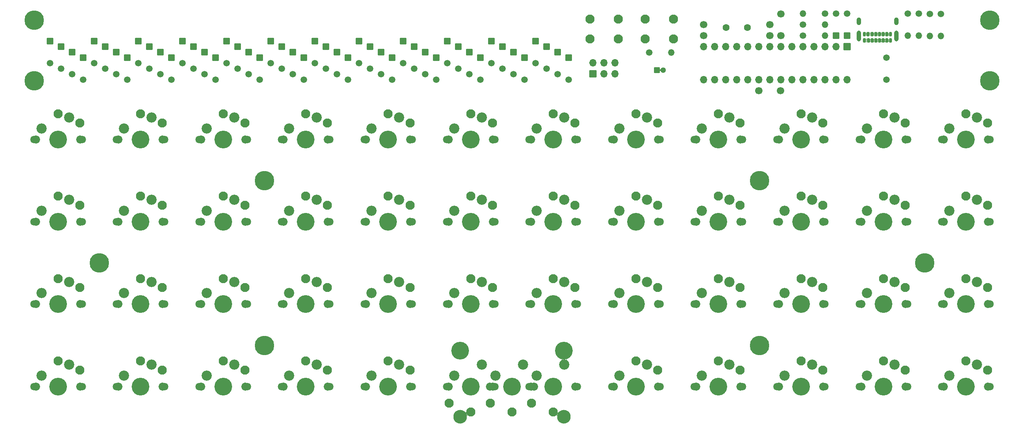
<source format=gbr>
%TF.GenerationSoftware,KiCad,Pcbnew,6.0.4-6f826c9f35~116~ubuntu22.04.1*%
%TF.CreationDate,2022-04-06T02:04:57+02:00*%
%TF.ProjectId,plaid,706c6169-642e-46b6-9963-61645f706362,rev?*%
%TF.SameCoordinates,Original*%
%TF.FileFunction,Soldermask,Top*%
%TF.FilePolarity,Negative*%
%FSLAX46Y46*%
G04 Gerber Fmt 4.6, Leading zero omitted, Abs format (unit mm)*
G04 Created by KiCad (PCBNEW 6.0.4-6f826c9f35~116~ubuntu22.04.1) date 2022-04-06 02:04:57*
%MOMM*%
%LPD*%
G01*
G04 APERTURE LIST*
G04 Aperture macros list*
%AMRoundRect*
0 Rectangle with rounded corners*
0 $1 Rounding radius*
0 $2 $3 $4 $5 $6 $7 $8 $9 X,Y pos of 4 corners*
0 Add a 4 corners polygon primitive as box body*
4,1,4,$2,$3,$4,$5,$6,$7,$8,$9,$2,$3,0*
0 Add four circle primitives for the rounded corners*
1,1,$1+$1,$2,$3*
1,1,$1+$1,$4,$5*
1,1,$1+$1,$6,$7*
1,1,$1+$1,$8,$9*
0 Add four rect primitives between the rounded corners*
20,1,$1+$1,$2,$3,$4,$5,0*
20,1,$1+$1,$4,$5,$6,$7,0*
20,1,$1+$1,$6,$7,$8,$9,0*
20,1,$1+$1,$8,$9,$2,$3,0*%
G04 Aperture macros list end*
%ADD10C,1.800000*%
%ADD11C,4.087800*%
%ADD12C,1.850000*%
%ADD13C,2.100000*%
%ADD14O,2.350000X2.350000*%
%ADD15C,2.350000*%
%ADD16C,3.148000*%
%ADD17C,1.500000*%
%ADD18O,1.500000X1.500000*%
%ADD19C,1.700000*%
%ADD20C,1.600000*%
%ADD21RoundRect,0.050000X-0.700000X0.700000X-0.700000X-0.700000X0.700000X-0.700000X0.700000X0.700000X0*%
%ADD22RoundRect,0.050000X-0.800000X0.800000X-0.800000X-0.800000X0.800000X-0.800000X0.800000X0.800000X0*%
%ADD23O,1.700000X1.700000*%
%ADD24RoundRect,0.050000X0.800000X-0.800000X0.800000X0.800000X-0.800000X0.800000X-0.800000X-0.800000X0*%
%ADD25RoundRect,0.050000X0.700000X-0.700000X0.700000X0.700000X-0.700000X0.700000X-0.700000X-0.700000X0*%
%ADD26O,0.750000X1.100000*%
%ADD27O,1.000000X1.800000*%
%ADD28O,1.000000X2.500000*%
%ADD29C,4.500000*%
%ADD30C,1.300000*%
%ADD31RoundRect,0.050000X0.600000X0.600000X-0.600000X0.600000X-0.600000X-0.600000X0.600000X-0.600000X0*%
G04 APERTURE END LIST*
D10*
X150474000Y-141230500D03*
D11*
X155974000Y-141230500D03*
D12*
X150894000Y-141230500D03*
D10*
X161474000Y-141230500D03*
D12*
X161054000Y-141230500D03*
D13*
X155974000Y-147130500D03*
D14*
X152164000Y-138690500D03*
D13*
X150974000Y-145030500D03*
D15*
X158514000Y-136150500D03*
D11*
X134567750Y-132975500D03*
X158380250Y-132975500D03*
D16*
X158380250Y-148215500D03*
D12*
X151554000Y-141230500D03*
X141394000Y-141230500D03*
D11*
X146474000Y-141230500D03*
D16*
X134567750Y-148215500D03*
D15*
X142664000Y-138690500D03*
D13*
X146474000Y-147130500D03*
X141474000Y-145030500D03*
D15*
X149014000Y-136150500D03*
D10*
X131474000Y-141230500D03*
D11*
X136974000Y-141230500D03*
D12*
X131894000Y-141230500D03*
D10*
X142474000Y-141230500D03*
D12*
X142054000Y-141230500D03*
D13*
X136974000Y-147130500D03*
D14*
X133164000Y-138690500D03*
D13*
X131974000Y-145030500D03*
D15*
X139514000Y-136150500D03*
D17*
X237579000Y-55270500D03*
D18*
X237579000Y-60350500D03*
D17*
X213449000Y-60350500D03*
D18*
X218529000Y-60350500D03*
D17*
X218529000Y-55270500D03*
D18*
X213449000Y-55270500D03*
D19*
X205829000Y-57810500D03*
X205829000Y-60310500D03*
X190589000Y-57810500D03*
X190589000Y-60310500D03*
D13*
X177104000Y-61040500D03*
X183604000Y-61040500D03*
X183604000Y-56540500D03*
X177104000Y-56540500D03*
X164404000Y-61040500D03*
X170904000Y-61040500D03*
X164404000Y-56540500D03*
X170904000Y-56540500D03*
D20*
X200649000Y-58445500D03*
X195769000Y-58445500D03*
D21*
X151854000Y-61620500D03*
D17*
X151854000Y-66700500D03*
D21*
X141694000Y-61620500D03*
D17*
X141694000Y-66700500D03*
D21*
X131534000Y-61620500D03*
D17*
X131534000Y-66700500D03*
D21*
X121374000Y-61620500D03*
D17*
X121374000Y-66700500D03*
D12*
X74894000Y-141230500D03*
D10*
X85474000Y-141230500D03*
X74474000Y-141230500D03*
D11*
X79974000Y-141230500D03*
D12*
X85054000Y-141230500D03*
D14*
X76164000Y-138690500D03*
D13*
X79974000Y-135330500D03*
D15*
X82514000Y-136150500D03*
D13*
X84974000Y-137430500D03*
D10*
X66474000Y-141230500D03*
X55474000Y-141230500D03*
D12*
X55894000Y-141230500D03*
D11*
X60974000Y-141230500D03*
D12*
X66054000Y-141230500D03*
D14*
X57164000Y-138690500D03*
D13*
X60974000Y-135330500D03*
D15*
X63514000Y-136150500D03*
D13*
X65974000Y-137430500D03*
D21*
X159474000Y-65430500D03*
D17*
X159474000Y-70510500D03*
D21*
X149314000Y-65430500D03*
D17*
X149314000Y-70510500D03*
D21*
X139154000Y-65430500D03*
D17*
X139154000Y-70510500D03*
D21*
X128994000Y-65430500D03*
D17*
X128994000Y-70510500D03*
D21*
X118834000Y-65430500D03*
D17*
X118834000Y-70510500D03*
D19*
X203289000Y-73050500D03*
X208289000Y-73050500D03*
D12*
X256054000Y-141230500D03*
D10*
X256474000Y-141230500D03*
D11*
X250974000Y-141230500D03*
D10*
X245474000Y-141230500D03*
D12*
X245894000Y-141230500D03*
D14*
X247164000Y-138690500D03*
D13*
X250974000Y-135330500D03*
X255974000Y-137430500D03*
D15*
X253514000Y-136150500D03*
D11*
X231974000Y-141230500D03*
D12*
X226894000Y-141230500D03*
D10*
X237474000Y-141230500D03*
D12*
X237054000Y-141230500D03*
D10*
X226474000Y-141230500D03*
D13*
X231974000Y-135330500D03*
D14*
X228164000Y-138690500D03*
D13*
X236974000Y-137430500D03*
D15*
X234514000Y-136150500D03*
D21*
X108674000Y-65430500D03*
D17*
X108674000Y-70510500D03*
D21*
X98514000Y-65430500D03*
D17*
X98514000Y-70510500D03*
D21*
X88354000Y-65430500D03*
D17*
X88354000Y-70510500D03*
D21*
X78194000Y-65430500D03*
D17*
X78194000Y-70510500D03*
D21*
X68034000Y-65430500D03*
D17*
X68034000Y-70510500D03*
D21*
X57874000Y-65430500D03*
D17*
X57874000Y-70510500D03*
D21*
X42634000Y-62890500D03*
D17*
X42634000Y-67970500D03*
D21*
X156934000Y-64160500D03*
D17*
X156934000Y-69240500D03*
D21*
X146774000Y-64160500D03*
D17*
X146774000Y-69240500D03*
D21*
X136614000Y-64160500D03*
D17*
X136614000Y-69240500D03*
D21*
X126454000Y-64160500D03*
D17*
X126454000Y-69240500D03*
D21*
X116294000Y-64160500D03*
D17*
X116294000Y-69240500D03*
D21*
X106134000Y-64160500D03*
D17*
X106134000Y-69240500D03*
X232699000Y-70505500D03*
X232699000Y-65405500D03*
D22*
X223609000Y-62890500D03*
D23*
X221069000Y-62890500D03*
X218529000Y-62890500D03*
X215989000Y-62890500D03*
X213449000Y-62890500D03*
X210909000Y-62890500D03*
X208369000Y-62890500D03*
X205829000Y-62890500D03*
X203289000Y-62890500D03*
X200749000Y-62890500D03*
X198209000Y-62890500D03*
X195669000Y-62890500D03*
X193129000Y-62890500D03*
X190589000Y-62890500D03*
X190589000Y-70510500D03*
X193129000Y-70510500D03*
X195669000Y-70510500D03*
X198209000Y-70510500D03*
X200749000Y-70510500D03*
X203289000Y-70510500D03*
X205829000Y-70510500D03*
X208369000Y-70510500D03*
X210909000Y-70510500D03*
X213449000Y-70510500D03*
X215989000Y-70510500D03*
X218529000Y-70510500D03*
X221069000Y-70510500D03*
X223609000Y-70510500D03*
D24*
X165114000Y-69095500D03*
D23*
X165114000Y-66555500D03*
X167654000Y-69095500D03*
X167654000Y-66555500D03*
X170194000Y-69095500D03*
X170194000Y-66555500D03*
D21*
X47714000Y-65430500D03*
D17*
X47714000Y-70510500D03*
X223609000Y-55270500D03*
D25*
X223609000Y-60350500D03*
D17*
X221069000Y-55270500D03*
D25*
X221069000Y-60350500D03*
D21*
X134074000Y-62890500D03*
D17*
X134074000Y-67970500D03*
X178016000Y-64230500D03*
D18*
X183096000Y-64230500D03*
D17*
X245194400Y-55275100D03*
D18*
X245194400Y-60355100D03*
D12*
X180054000Y-141230500D03*
D10*
X169474000Y-141230500D03*
D12*
X169894000Y-141230500D03*
D10*
X180474000Y-141230500D03*
D11*
X174974000Y-141230500D03*
D13*
X174974000Y-135330500D03*
D14*
X171164000Y-138690500D03*
D13*
X179974000Y-137430500D03*
D15*
X177514000Y-136150500D03*
D26*
X233569000Y-61434000D03*
X232719000Y-61434000D03*
X231869000Y-61434000D03*
X231019000Y-61434000D03*
X230169000Y-61434000D03*
X229319000Y-61434000D03*
X228469000Y-61434000D03*
X227619000Y-61434000D03*
X227614000Y-59982000D03*
X228464000Y-59982000D03*
X229314000Y-59982000D03*
X230164000Y-59982000D03*
X231014000Y-59982000D03*
X231864000Y-59982000D03*
X232714000Y-59982000D03*
X233569000Y-59982000D03*
D27*
X226269000Y-57010500D03*
D28*
X234919000Y-60390500D03*
D27*
X234919000Y-57010500D03*
D28*
X226269000Y-60390500D03*
D10*
X112474000Y-141230500D03*
D12*
X112894000Y-141230500D03*
D10*
X123474000Y-141230500D03*
D12*
X123054000Y-141230500D03*
D11*
X117974000Y-141230500D03*
D14*
X114164000Y-138690500D03*
D13*
X117974000Y-135330500D03*
X122974000Y-137430500D03*
D15*
X120514000Y-136150500D03*
D10*
X188474000Y-122230500D03*
X199474000Y-122230500D03*
D11*
X193974000Y-122230500D03*
D12*
X199054000Y-122230500D03*
X188894000Y-122230500D03*
D14*
X190164000Y-119690500D03*
D13*
X193974000Y-116330500D03*
D15*
X196514000Y-117150500D03*
D13*
X198974000Y-118430500D03*
D12*
X169894000Y-122230500D03*
X180054000Y-122230500D03*
D10*
X180474000Y-122230500D03*
D11*
X174974000Y-122230500D03*
D10*
X169474000Y-122230500D03*
D14*
X171164000Y-119690500D03*
D13*
X174974000Y-116330500D03*
D15*
X177514000Y-117150500D03*
D13*
X179974000Y-118430500D03*
D11*
X41974000Y-122230500D03*
D10*
X47474000Y-122230500D03*
D12*
X36894000Y-122230500D03*
D10*
X36474000Y-122230500D03*
D12*
X47054000Y-122230500D03*
D14*
X38164000Y-119690500D03*
D13*
X41974000Y-116330500D03*
X46974000Y-118430500D03*
D15*
X44514000Y-117150500D03*
D21*
X95974000Y-64160500D03*
D17*
X95974000Y-69240500D03*
D21*
X85814000Y-64160500D03*
D17*
X85814000Y-69240500D03*
D21*
X75654000Y-64160500D03*
D17*
X75654000Y-69240500D03*
D21*
X65494000Y-64160500D03*
D17*
X65494000Y-69240500D03*
D21*
X55334000Y-64160500D03*
D17*
X55334000Y-69240500D03*
D21*
X45174000Y-64160500D03*
D17*
X45174000Y-69240500D03*
D19*
X208369000Y-55350500D03*
X208369000Y-60350500D03*
D11*
X155974000Y-103230500D03*
D12*
X150894000Y-103230500D03*
D10*
X150474000Y-103230500D03*
X161474000Y-103230500D03*
D12*
X161054000Y-103230500D03*
D13*
X155974000Y-97330500D03*
D14*
X152164000Y-100690500D03*
D13*
X160974000Y-99430500D03*
D15*
X158514000Y-98150500D03*
D11*
X41974000Y-141230500D03*
D10*
X47474000Y-141230500D03*
D12*
X36894000Y-141230500D03*
D10*
X36474000Y-141230500D03*
D12*
X47054000Y-141230500D03*
D13*
X41974000Y-135330500D03*
D14*
X38164000Y-138690500D03*
D13*
X46974000Y-137430500D03*
D15*
X44514000Y-136150500D03*
D11*
X250974000Y-122230500D03*
D10*
X256474000Y-122230500D03*
D12*
X256054000Y-122230500D03*
X245894000Y-122230500D03*
D10*
X245474000Y-122230500D03*
D13*
X250974000Y-116330500D03*
D14*
X247164000Y-119690500D03*
D15*
X253514000Y-117150500D03*
D13*
X255974000Y-118430500D03*
D10*
X199474000Y-141230500D03*
D12*
X188894000Y-141230500D03*
X199054000Y-141230500D03*
D11*
X193974000Y-141230500D03*
D10*
X188474000Y-141230500D03*
D13*
X193974000Y-135330500D03*
D14*
X190164000Y-138690500D03*
D15*
X196514000Y-136150500D03*
D13*
X198974000Y-137430500D03*
D10*
X161474000Y-84230500D03*
D12*
X150894000Y-84230500D03*
X161054000Y-84230500D03*
D11*
X155974000Y-84230500D03*
D10*
X150474000Y-84230500D03*
D13*
X155974000Y-78330500D03*
D14*
X152164000Y-81690500D03*
D15*
X158514000Y-79150500D03*
D13*
X160974000Y-80430500D03*
D17*
X213449000Y-57810500D03*
D18*
X218529000Y-57810500D03*
D10*
X256474000Y-103230500D03*
D12*
X256054000Y-103230500D03*
X245894000Y-103230500D03*
D10*
X245474000Y-103230500D03*
D11*
X250974000Y-103230500D03*
D13*
X250974000Y-97330500D03*
D14*
X247164000Y-100690500D03*
D15*
X253514000Y-98150500D03*
D13*
X255974000Y-99430500D03*
D10*
X226474000Y-84230500D03*
D12*
X226894000Y-84230500D03*
X237054000Y-84230500D03*
D11*
X231974000Y-84230500D03*
D10*
X237474000Y-84230500D03*
D14*
X228164000Y-81690500D03*
D13*
X231974000Y-78330500D03*
D15*
X234514000Y-79150500D03*
D13*
X236974000Y-80430500D03*
D11*
X60974000Y-103230500D03*
D10*
X66474000Y-103230500D03*
D12*
X66054000Y-103230500D03*
X55894000Y-103230500D03*
D10*
X55474000Y-103230500D03*
D14*
X57164000Y-100690500D03*
D13*
X60974000Y-97330500D03*
D15*
X63514000Y-98150500D03*
D13*
X65974000Y-99430500D03*
D12*
X112894000Y-103230500D03*
D10*
X123474000Y-103230500D03*
X112474000Y-103230500D03*
D11*
X117974000Y-103230500D03*
D12*
X123054000Y-103230500D03*
D13*
X117974000Y-97330500D03*
D14*
X114164000Y-100690500D03*
D13*
X122974000Y-99430500D03*
D15*
X120514000Y-98150500D03*
D10*
X123474000Y-84230500D03*
D12*
X112894000Y-84230500D03*
D11*
X117974000Y-84230500D03*
D12*
X123054000Y-84230500D03*
D10*
X112474000Y-84230500D03*
D14*
X114164000Y-81690500D03*
D13*
X117974000Y-78330500D03*
X122974000Y-80430500D03*
D15*
X120514000Y-79150500D03*
D12*
X74894000Y-84230500D03*
D10*
X85474000Y-84230500D03*
D12*
X85054000Y-84230500D03*
D10*
X74474000Y-84230500D03*
D11*
X79974000Y-84230500D03*
D13*
X79974000Y-78330500D03*
D14*
X76164000Y-81690500D03*
D15*
X82514000Y-79150500D03*
D13*
X84974000Y-80430500D03*
D10*
X245474000Y-84230500D03*
D12*
X256054000Y-84230500D03*
X245894000Y-84230500D03*
D11*
X250974000Y-84230500D03*
D10*
X256474000Y-84230500D03*
D14*
X247164000Y-81690500D03*
D13*
X250974000Y-78330500D03*
X255974000Y-80430500D03*
D15*
X253514000Y-79150500D03*
D12*
X104054000Y-84230500D03*
D11*
X98974000Y-84230500D03*
D12*
X93894000Y-84230500D03*
D10*
X104474000Y-84230500D03*
X93474000Y-84230500D03*
D14*
X95164000Y-81690500D03*
D13*
X98974000Y-78330500D03*
X103974000Y-80430500D03*
D15*
X101514000Y-79150500D03*
D10*
X131474000Y-84230500D03*
D11*
X136974000Y-84230500D03*
D12*
X142054000Y-84230500D03*
D10*
X142474000Y-84230500D03*
D12*
X131894000Y-84230500D03*
D13*
X136974000Y-78330500D03*
D14*
X133164000Y-81690500D03*
D13*
X141974000Y-80430500D03*
D15*
X139514000Y-79150500D03*
D10*
X188474000Y-103230500D03*
D12*
X188894000Y-103230500D03*
D10*
X199474000Y-103230500D03*
D11*
X193974000Y-103230500D03*
D12*
X199054000Y-103230500D03*
D14*
X190164000Y-100690500D03*
D13*
X193974000Y-97330500D03*
X198974000Y-99430500D03*
D15*
X196514000Y-98150500D03*
D10*
X47474000Y-103230500D03*
D12*
X47054000Y-103230500D03*
D11*
X41974000Y-103230500D03*
D12*
X36894000Y-103230500D03*
D10*
X36474000Y-103230500D03*
D13*
X41974000Y-97330500D03*
D14*
X38164000Y-100690500D03*
D13*
X46974000Y-99430500D03*
D15*
X44514000Y-98150500D03*
D12*
X207894000Y-103230500D03*
D10*
X218474000Y-103230500D03*
X207474000Y-103230500D03*
D11*
X212974000Y-103230500D03*
D12*
X218054000Y-103230500D03*
D13*
X212974000Y-97330500D03*
D14*
X209164000Y-100690500D03*
D13*
X217974000Y-99430500D03*
D15*
X215514000Y-98150500D03*
D21*
X123914000Y-62890500D03*
D17*
X123914000Y-67970500D03*
D21*
X113754000Y-62890500D03*
D17*
X113754000Y-67970500D03*
D21*
X103594000Y-62890500D03*
D17*
X103594000Y-67970500D03*
D21*
X93434000Y-62890500D03*
D17*
X93434000Y-67970500D03*
D21*
X83274000Y-62890500D03*
D17*
X83274000Y-67970500D03*
D21*
X73114000Y-62890500D03*
D17*
X73114000Y-67970500D03*
D21*
X62954000Y-62890500D03*
D17*
X62954000Y-67970500D03*
D21*
X52794000Y-62890500D03*
D17*
X52794000Y-67970500D03*
D29*
X241474000Y-112730500D03*
X203474000Y-131730500D03*
X203474000Y-93730500D03*
X89474000Y-131730500D03*
X89474000Y-93730500D03*
X51474000Y-112730500D03*
X256474000Y-70730500D03*
X256474000Y-56730500D03*
X36474000Y-70730500D03*
X36474000Y-56730500D03*
D12*
X112894000Y-122230500D03*
D11*
X117974000Y-122230500D03*
D10*
X112474000Y-122230500D03*
D12*
X123054000Y-122230500D03*
D10*
X123474000Y-122230500D03*
D13*
X117974000Y-116330500D03*
D14*
X114164000Y-119690500D03*
D15*
X120514000Y-117150500D03*
D13*
X122974000Y-118430500D03*
D12*
X74894000Y-122230500D03*
X85054000Y-122230500D03*
D10*
X74474000Y-122230500D03*
X85474000Y-122230500D03*
D11*
X79974000Y-122230500D03*
D13*
X79974000Y-116330500D03*
D14*
X76164000Y-119690500D03*
D15*
X82514000Y-117150500D03*
D13*
X84974000Y-118430500D03*
D10*
X237474000Y-103230500D03*
D11*
X231974000Y-103230500D03*
D12*
X237054000Y-103230500D03*
D10*
X226474000Y-103230500D03*
D12*
X226894000Y-103230500D03*
D14*
X228164000Y-100690500D03*
D13*
X231974000Y-97330500D03*
D15*
X234514000Y-98150500D03*
D13*
X236974000Y-99430500D03*
D10*
X74474000Y-103230500D03*
D11*
X79974000Y-103230500D03*
D12*
X74894000Y-103230500D03*
X85054000Y-103230500D03*
D10*
X85474000Y-103230500D03*
D14*
X76164000Y-100690500D03*
D13*
X79974000Y-97330500D03*
D15*
X82514000Y-98150500D03*
D13*
X84974000Y-99430500D03*
D10*
X207474000Y-141230500D03*
X218474000Y-141230500D03*
D11*
X212974000Y-141230500D03*
D12*
X207894000Y-141230500D03*
X218054000Y-141230500D03*
D14*
X209164000Y-138690500D03*
D13*
X212974000Y-135330500D03*
D15*
X215514000Y-136150500D03*
D13*
X217974000Y-137430500D03*
D12*
X66054000Y-122230500D03*
X55894000Y-122230500D03*
D11*
X60974000Y-122230500D03*
D10*
X66474000Y-122230500D03*
X55474000Y-122230500D03*
D13*
X60974000Y-116330500D03*
D14*
X57164000Y-119690500D03*
D13*
X65974000Y-118430500D03*
D15*
X63514000Y-117150500D03*
D10*
X169474000Y-103230500D03*
D11*
X174974000Y-103230500D03*
D10*
X180474000Y-103230500D03*
D12*
X169894000Y-103230500D03*
X180054000Y-103230500D03*
D14*
X171164000Y-100690500D03*
D13*
X174974000Y-97330500D03*
D15*
X177514000Y-98150500D03*
D13*
X179974000Y-99430500D03*
D11*
X98974000Y-103230500D03*
D12*
X93894000Y-103230500D03*
X104054000Y-103230500D03*
D10*
X93474000Y-103230500D03*
X104474000Y-103230500D03*
D14*
X95164000Y-100690500D03*
D13*
X98974000Y-97330500D03*
D15*
X101514000Y-98150500D03*
D13*
X103974000Y-99430500D03*
D12*
X142054000Y-103230500D03*
X131894000Y-103230500D03*
D11*
X136974000Y-103230500D03*
D10*
X142474000Y-103230500D03*
X131474000Y-103230500D03*
D14*
X133164000Y-100690500D03*
D13*
X136974000Y-97330500D03*
D15*
X139514000Y-98150500D03*
D13*
X141974000Y-99430500D03*
D21*
X111214000Y-61620500D03*
D17*
X111214000Y-66700500D03*
D21*
X101054000Y-61620500D03*
D17*
X101054000Y-66700500D03*
D21*
X90894000Y-61620500D03*
D17*
X90894000Y-66700500D03*
D21*
X80734000Y-61620500D03*
D17*
X80734000Y-66700500D03*
D21*
X70574000Y-61620500D03*
D17*
X70574000Y-66700500D03*
D21*
X60414000Y-61620500D03*
D17*
X60414000Y-66700500D03*
D21*
X50254000Y-61620500D03*
D17*
X50254000Y-66700500D03*
D21*
X40094000Y-61620500D03*
D17*
X40094000Y-66700500D03*
D21*
X154394000Y-62890500D03*
D17*
X154394000Y-67970500D03*
D21*
X144234000Y-62890500D03*
D17*
X144234000Y-67970500D03*
D12*
X93894000Y-122230500D03*
D10*
X104474000Y-122230500D03*
D11*
X98974000Y-122230500D03*
D12*
X104054000Y-122230500D03*
D10*
X93474000Y-122230500D03*
D14*
X95164000Y-119690500D03*
D13*
X98974000Y-116330500D03*
D15*
X101514000Y-117150500D03*
D13*
X103974000Y-118430500D03*
D10*
X104474000Y-141230500D03*
D12*
X104054000Y-141230500D03*
X93894000Y-141230500D03*
D10*
X93474000Y-141230500D03*
D11*
X98974000Y-141230500D03*
D13*
X98974000Y-135330500D03*
D14*
X95164000Y-138690500D03*
D15*
X101514000Y-136150500D03*
D13*
X103974000Y-137430500D03*
D11*
X212974000Y-84230500D03*
D12*
X218054000Y-84230500D03*
X207894000Y-84230500D03*
D10*
X207474000Y-84230500D03*
X218474000Y-84230500D03*
D13*
X212974000Y-78330500D03*
D14*
X209164000Y-81690500D03*
D15*
X215514000Y-79150500D03*
D13*
X217974000Y-80430500D03*
D11*
X231974000Y-122230500D03*
D10*
X237474000Y-122230500D03*
D12*
X237054000Y-122230500D03*
X226894000Y-122230500D03*
D10*
X226474000Y-122230500D03*
D13*
X231974000Y-116330500D03*
D14*
X228164000Y-119690500D03*
D13*
X236974000Y-118430500D03*
D15*
X234514000Y-117150500D03*
D10*
X218474000Y-122230500D03*
D12*
X218054000Y-122230500D03*
D10*
X207474000Y-122230500D03*
D11*
X212974000Y-122230500D03*
D12*
X207894000Y-122230500D03*
D13*
X212974000Y-116330500D03*
D14*
X209164000Y-119690500D03*
D13*
X217974000Y-118430500D03*
D15*
X215514000Y-117150500D03*
D11*
X155974000Y-122230500D03*
D10*
X161474000Y-122230500D03*
X150474000Y-122230500D03*
D12*
X150894000Y-122230500D03*
X161054000Y-122230500D03*
D14*
X152164000Y-119690500D03*
D13*
X155974000Y-116330500D03*
X160974000Y-118430500D03*
D15*
X158514000Y-117150500D03*
D12*
X142054000Y-122230500D03*
D10*
X131474000Y-122230500D03*
D11*
X136974000Y-122230500D03*
D10*
X142474000Y-122230500D03*
D12*
X131894000Y-122230500D03*
D14*
X133164000Y-119690500D03*
D13*
X136974000Y-116330500D03*
D15*
X139514000Y-117150500D03*
D13*
X141974000Y-118430500D03*
D10*
X66474000Y-84230500D03*
D12*
X55894000Y-84230500D03*
X66054000Y-84230500D03*
D10*
X55474000Y-84230500D03*
D11*
X60974000Y-84230500D03*
D13*
X60974000Y-78330500D03*
D14*
X57164000Y-81690500D03*
D15*
X63514000Y-79150500D03*
D13*
X65974000Y-80430500D03*
D12*
X47054000Y-84230500D03*
D11*
X41974000Y-84230500D03*
D10*
X36474000Y-84230500D03*
D12*
X36894000Y-84230500D03*
D10*
X47474000Y-84230500D03*
D13*
X41974000Y-78330500D03*
D14*
X38164000Y-81690500D03*
D15*
X44514000Y-79150500D03*
D13*
X46974000Y-80430500D03*
D11*
X193974000Y-84230500D03*
D10*
X199474000Y-84230500D03*
X188474000Y-84230500D03*
D12*
X188894000Y-84230500D03*
X199054000Y-84230500D03*
D14*
X190164000Y-81690500D03*
D13*
X193974000Y-78330500D03*
X198974000Y-80430500D03*
D15*
X196514000Y-79150500D03*
D10*
X169474000Y-84230500D03*
D12*
X169894000Y-84230500D03*
X180054000Y-84230500D03*
D10*
X180474000Y-84230500D03*
D11*
X174974000Y-84230500D03*
D14*
X171164000Y-81690500D03*
D13*
X174974000Y-78330500D03*
D15*
X177514000Y-79150500D03*
D13*
X179974000Y-80430500D03*
D30*
X181306000Y-68230500D03*
D31*
X179806000Y-68230500D03*
D17*
X242654400Y-55275100D03*
D18*
X242654400Y-60355100D03*
D17*
X240119000Y-55270500D03*
D18*
X240119000Y-60350500D03*
G36*
X157019580Y-147065729D02*
G01*
X157045137Y-147130230D01*
X157101410Y-147170606D01*
X157170575Y-147174148D01*
X157230909Y-147139600D01*
X157236610Y-147133224D01*
X157246721Y-147121066D01*
X157246927Y-147120853D01*
X157255626Y-147113089D01*
X157257584Y-147112682D01*
X157258916Y-147114174D01*
X157258479Y-147115880D01*
X157108478Y-147291508D01*
X156979594Y-147501828D01*
X156885196Y-147729726D01*
X156827611Y-147969587D01*
X156819985Y-148066472D01*
X156819745Y-148066821D01*
X156819927Y-148067212D01*
X156810022Y-148193070D01*
X156808889Y-148194718D01*
X156806895Y-148194561D01*
X156806030Y-148193009D01*
X156805136Y-148174402D01*
X156805144Y-148174106D01*
X156815943Y-148066855D01*
X156816045Y-148066714D01*
X156816025Y-148066683D01*
X156803171Y-147998090D01*
X156755636Y-147947718D01*
X156688416Y-147931044D01*
X156622608Y-147953441D01*
X156614955Y-147959304D01*
X156569706Y-147996937D01*
X156569404Y-147997144D01*
X156554910Y-148005261D01*
X156552910Y-148005235D01*
X156551933Y-148003490D01*
X156552702Y-148001940D01*
X156696714Y-147889426D01*
X156830360Y-147734595D01*
X156931387Y-147556756D01*
X156995948Y-147362679D01*
X157021593Y-147159682D01*
X157021999Y-147130578D01*
X157015731Y-147066661D01*
X157016557Y-147064840D01*
X157018547Y-147064645D01*
X157019580Y-147065729D01*
G37*
G36*
X135938557Y-146996039D02*
G01*
X135939348Y-146997865D01*
X135926112Y-147115871D01*
X135943226Y-147319680D01*
X135999604Y-147516293D01*
X136093096Y-147698208D01*
X136220137Y-147858494D01*
X136344790Y-147964582D01*
X136345461Y-147966466D01*
X136344165Y-147967989D01*
X136342383Y-147967768D01*
X136323568Y-147955197D01*
X136257186Y-147934411D01*
X136190396Y-147952735D01*
X136144096Y-148004279D01*
X136132351Y-148066683D01*
X136137571Y-148136915D01*
X136136703Y-148138716D01*
X136134708Y-148138864D01*
X136133583Y-148137220D01*
X136120389Y-147969587D01*
X136062804Y-147729726D01*
X135968406Y-147501828D01*
X135839522Y-147291508D01*
X135702705Y-147131316D01*
X135702341Y-147129349D01*
X135703862Y-147128050D01*
X135705596Y-147128560D01*
X135720435Y-147142519D01*
X135782473Y-147173975D01*
X135851372Y-147166927D01*
X135905556Y-147123723D01*
X135927097Y-147067339D01*
X135935374Y-146997407D01*
X135936571Y-146995804D01*
X135938557Y-146996039D01*
G37*
G36*
X159080645Y-134891483D02*
G01*
X159081410Y-134893331D01*
X159080682Y-134894627D01*
X159027097Y-134937809D01*
X159005225Y-135003524D01*
X159022349Y-135070616D01*
X159076242Y-135119410D01*
X159076320Y-135119654D01*
X159076642Y-135119646D01*
X159102105Y-135131520D01*
X159102407Y-135131695D01*
X159162949Y-135174087D01*
X159163794Y-135175899D01*
X159162647Y-135177538D01*
X159160735Y-135177416D01*
X159074730Y-135123150D01*
X159074475Y-135122665D01*
X159073833Y-135122584D01*
X159046531Y-135105358D01*
X158847148Y-135025813D01*
X158688188Y-134994194D01*
X158686684Y-134992875D01*
X158687074Y-134990913D01*
X158688338Y-134990246D01*
X158762862Y-134981228D01*
X159031535Y-134910743D01*
X159078662Y-134891222D01*
X159080645Y-134891483D01*
G37*
G36*
X157934826Y-134968220D02*
G01*
X158209388Y-135010234D01*
X158227486Y-135010518D01*
X158229203Y-135011545D01*
X158229171Y-135013545D01*
X158227794Y-135014489D01*
X158210406Y-135017477D01*
X158009018Y-135091773D01*
X157879669Y-135168727D01*
X157877669Y-135168753D01*
X157876646Y-135167034D01*
X157877499Y-135165370D01*
X157879393Y-135164044D01*
X157922823Y-135109710D01*
X157929953Y-135040821D01*
X157898696Y-134978991D01*
X157844475Y-134945556D01*
X157843526Y-134943796D01*
X157844576Y-134942094D01*
X157846093Y-134941936D01*
X157934826Y-134968220D01*
G37*
G36*
X180457919Y-67970041D02*
G01*
X180477595Y-68037053D01*
X180529938Y-68082408D01*
X180598491Y-68092265D01*
X180661522Y-68063479D01*
X180695889Y-68013560D01*
X180697695Y-68012700D01*
X180699342Y-68013834D01*
X180699399Y-68015420D01*
X180678373Y-68069350D01*
X180658051Y-68223714D01*
X180675136Y-68378469D01*
X180723219Y-68509864D01*
X180722875Y-68511834D01*
X180720997Y-68512521D01*
X180719630Y-68511587D01*
X180714945Y-68503851D01*
X180714758Y-68503446D01*
X180697800Y-68452468D01*
X180658141Y-68395328D01*
X180594158Y-68368811D01*
X180526000Y-68381097D01*
X180475288Y-68428296D01*
X180457929Y-68491549D01*
X180456506Y-68492955D01*
X180454577Y-68492426D01*
X180454000Y-68491020D01*
X180454000Y-67970604D01*
X180455000Y-67968872D01*
X180457000Y-67968872D01*
X180457919Y-67970041D01*
G37*
G36*
X232437219Y-61020702D02*
G01*
X232436894Y-61022576D01*
X232392162Y-61079319D01*
X232351555Y-61194950D01*
X232346000Y-61259092D01*
X232346000Y-61608834D01*
X232366136Y-61729812D01*
X232414384Y-61819231D01*
X232414327Y-61821230D01*
X232412566Y-61822180D01*
X232411109Y-61821487D01*
X232392260Y-61799611D01*
X232392087Y-61799760D01*
X232390122Y-61800133D01*
X232389268Y-61799552D01*
X232360233Y-61765933D01*
X232293812Y-61746310D01*
X232227323Y-61765715D01*
X232195111Y-61802434D01*
X232194104Y-61802776D01*
X232154176Y-61847986D01*
X232152280Y-61848622D01*
X232150781Y-61847298D01*
X232151106Y-61845424D01*
X232195838Y-61788681D01*
X232236445Y-61673050D01*
X232242000Y-61608908D01*
X232242000Y-61259166D01*
X232221864Y-61138188D01*
X232173616Y-61048769D01*
X232173673Y-61046770D01*
X232175434Y-61045820D01*
X232176891Y-61046513D01*
X232195740Y-61068389D01*
X232195913Y-61068240D01*
X232197878Y-61067867D01*
X232198732Y-61068448D01*
X232227767Y-61102067D01*
X232294188Y-61121690D01*
X232360677Y-61102285D01*
X232392889Y-61065566D01*
X232393896Y-61065224D01*
X232433824Y-61020014D01*
X232435720Y-61019378D01*
X232437219Y-61020702D01*
G37*
G36*
X231587219Y-61020702D02*
G01*
X231586894Y-61022576D01*
X231542162Y-61079319D01*
X231501555Y-61194950D01*
X231496000Y-61259092D01*
X231496000Y-61608834D01*
X231516136Y-61729812D01*
X231564384Y-61819231D01*
X231564327Y-61821230D01*
X231562566Y-61822180D01*
X231561109Y-61821487D01*
X231542260Y-61799611D01*
X231542087Y-61799760D01*
X231540122Y-61800133D01*
X231539268Y-61799552D01*
X231510233Y-61765933D01*
X231443812Y-61746310D01*
X231377323Y-61765715D01*
X231345111Y-61802434D01*
X231344104Y-61802776D01*
X231304176Y-61847986D01*
X231302280Y-61848622D01*
X231300781Y-61847298D01*
X231301106Y-61845424D01*
X231345838Y-61788681D01*
X231386445Y-61673050D01*
X231392000Y-61608908D01*
X231392000Y-61259166D01*
X231371864Y-61138188D01*
X231323616Y-61048769D01*
X231323673Y-61046770D01*
X231325434Y-61045820D01*
X231326891Y-61046513D01*
X231345740Y-61068389D01*
X231345913Y-61068240D01*
X231347878Y-61067867D01*
X231348732Y-61068448D01*
X231377767Y-61102067D01*
X231444188Y-61121690D01*
X231510677Y-61102285D01*
X231542889Y-61065566D01*
X231543896Y-61065224D01*
X231583824Y-61020014D01*
X231585720Y-61019378D01*
X231587219Y-61020702D01*
G37*
G36*
X230737219Y-61020702D02*
G01*
X230736894Y-61022576D01*
X230692162Y-61079319D01*
X230651555Y-61194950D01*
X230646000Y-61259092D01*
X230646000Y-61608834D01*
X230666136Y-61729812D01*
X230714384Y-61819231D01*
X230714327Y-61821230D01*
X230712566Y-61822180D01*
X230711109Y-61821487D01*
X230692260Y-61799611D01*
X230692087Y-61799760D01*
X230690122Y-61800133D01*
X230689268Y-61799552D01*
X230660233Y-61765933D01*
X230593812Y-61746310D01*
X230527323Y-61765715D01*
X230495111Y-61802434D01*
X230494104Y-61802776D01*
X230454176Y-61847986D01*
X230452280Y-61848622D01*
X230450781Y-61847298D01*
X230451106Y-61845424D01*
X230495838Y-61788681D01*
X230536445Y-61673050D01*
X230542000Y-61608908D01*
X230542000Y-61259166D01*
X230521864Y-61138188D01*
X230473616Y-61048769D01*
X230473673Y-61046770D01*
X230475434Y-61045820D01*
X230476891Y-61046513D01*
X230495740Y-61068389D01*
X230495913Y-61068240D01*
X230497878Y-61067867D01*
X230498732Y-61068448D01*
X230527767Y-61102067D01*
X230594188Y-61121690D01*
X230660677Y-61102285D01*
X230692889Y-61065566D01*
X230693896Y-61065224D01*
X230733824Y-61020014D01*
X230735720Y-61019378D01*
X230737219Y-61020702D01*
G37*
G36*
X228187219Y-61020702D02*
G01*
X228186894Y-61022576D01*
X228142162Y-61079319D01*
X228101555Y-61194950D01*
X228096000Y-61259092D01*
X228096000Y-61608834D01*
X228116136Y-61729812D01*
X228164384Y-61819231D01*
X228164327Y-61821230D01*
X228162566Y-61822180D01*
X228161109Y-61821487D01*
X228142260Y-61799611D01*
X228142087Y-61799760D01*
X228140122Y-61800133D01*
X228139268Y-61799552D01*
X228110233Y-61765933D01*
X228043812Y-61746310D01*
X227977323Y-61765715D01*
X227945111Y-61802434D01*
X227944104Y-61802776D01*
X227904176Y-61847986D01*
X227902280Y-61848622D01*
X227900781Y-61847298D01*
X227901106Y-61845424D01*
X227945838Y-61788681D01*
X227986445Y-61673050D01*
X227992000Y-61608908D01*
X227992000Y-61259166D01*
X227971864Y-61138188D01*
X227923616Y-61048769D01*
X227923673Y-61046770D01*
X227925434Y-61045820D01*
X227926891Y-61046513D01*
X227945740Y-61068389D01*
X227945913Y-61068240D01*
X227947878Y-61067867D01*
X227948732Y-61068448D01*
X227977767Y-61102067D01*
X228044188Y-61121690D01*
X228110677Y-61102285D01*
X228142889Y-61065566D01*
X228143896Y-61065224D01*
X228183824Y-61020014D01*
X228185720Y-61019378D01*
X228187219Y-61020702D01*
G37*
G36*
X229037219Y-61020702D02*
G01*
X229036894Y-61022576D01*
X228992162Y-61079319D01*
X228951555Y-61194950D01*
X228946000Y-61259092D01*
X228946000Y-61608834D01*
X228966136Y-61729812D01*
X229014384Y-61819231D01*
X229014327Y-61821230D01*
X229012566Y-61822180D01*
X229011109Y-61821487D01*
X228992260Y-61799611D01*
X228992087Y-61799760D01*
X228990122Y-61800133D01*
X228989268Y-61799552D01*
X228960233Y-61765933D01*
X228893812Y-61746310D01*
X228827323Y-61765715D01*
X228795111Y-61802434D01*
X228794104Y-61802776D01*
X228754176Y-61847986D01*
X228752280Y-61848622D01*
X228750781Y-61847298D01*
X228751106Y-61845424D01*
X228795838Y-61788681D01*
X228836445Y-61673050D01*
X228842000Y-61608908D01*
X228842000Y-61259166D01*
X228821864Y-61138188D01*
X228773616Y-61048769D01*
X228773673Y-61046770D01*
X228775434Y-61045820D01*
X228776891Y-61046513D01*
X228795740Y-61068389D01*
X228795913Y-61068240D01*
X228797878Y-61067867D01*
X228798732Y-61068448D01*
X228827767Y-61102067D01*
X228894188Y-61121690D01*
X228960677Y-61102285D01*
X228992889Y-61065566D01*
X228993896Y-61065224D01*
X229033824Y-61020014D01*
X229035720Y-61019378D01*
X229037219Y-61020702D01*
G37*
G36*
X233287219Y-61020702D02*
G01*
X233286894Y-61022576D01*
X233242162Y-61079319D01*
X233201555Y-61194950D01*
X233196000Y-61259092D01*
X233196000Y-61608834D01*
X233216136Y-61729812D01*
X233264384Y-61819231D01*
X233264327Y-61821230D01*
X233262566Y-61822180D01*
X233261109Y-61821487D01*
X233242260Y-61799611D01*
X233242087Y-61799760D01*
X233240122Y-61800133D01*
X233239268Y-61799552D01*
X233210233Y-61765933D01*
X233143812Y-61746310D01*
X233077323Y-61765715D01*
X233045111Y-61802434D01*
X233044104Y-61802776D01*
X233004176Y-61847986D01*
X233002280Y-61848622D01*
X233000781Y-61847298D01*
X233001106Y-61845424D01*
X233045838Y-61788681D01*
X233086445Y-61673050D01*
X233092000Y-61608908D01*
X233092000Y-61259166D01*
X233071864Y-61138188D01*
X233023616Y-61048769D01*
X233023673Y-61046770D01*
X233025434Y-61045820D01*
X233026891Y-61046513D01*
X233045740Y-61068389D01*
X233045913Y-61068240D01*
X233047878Y-61067867D01*
X233048732Y-61068448D01*
X233077767Y-61102067D01*
X233144188Y-61121690D01*
X233210677Y-61102285D01*
X233242889Y-61065566D01*
X233243896Y-61065224D01*
X233283824Y-61020014D01*
X233285720Y-61019378D01*
X233287219Y-61020702D01*
G37*
G36*
X229887219Y-61020702D02*
G01*
X229886894Y-61022576D01*
X229842162Y-61079319D01*
X229801555Y-61194950D01*
X229796000Y-61259092D01*
X229796000Y-61608834D01*
X229816136Y-61729812D01*
X229864384Y-61819231D01*
X229864327Y-61821230D01*
X229862566Y-61822180D01*
X229861109Y-61821487D01*
X229842260Y-61799611D01*
X229842087Y-61799760D01*
X229840122Y-61800133D01*
X229839268Y-61799552D01*
X229810233Y-61765933D01*
X229743812Y-61746310D01*
X229677323Y-61765715D01*
X229645111Y-61802434D01*
X229644104Y-61802776D01*
X229604176Y-61847986D01*
X229602280Y-61848622D01*
X229600781Y-61847298D01*
X229601106Y-61845424D01*
X229645838Y-61788681D01*
X229686445Y-61673050D01*
X229692000Y-61608908D01*
X229692000Y-61259166D01*
X229671864Y-61138188D01*
X229623616Y-61048769D01*
X229623673Y-61046770D01*
X229625434Y-61045820D01*
X229626891Y-61046513D01*
X229645740Y-61068389D01*
X229645913Y-61068240D01*
X229647878Y-61067867D01*
X229648732Y-61068448D01*
X229677767Y-61102067D01*
X229744188Y-61121690D01*
X229810677Y-61102285D01*
X229842889Y-61065566D01*
X229843896Y-61065224D01*
X229883824Y-61020014D01*
X229885720Y-61019378D01*
X229887219Y-61020702D01*
G37*
G36*
X233287223Y-59568698D02*
G01*
X233286898Y-59570572D01*
X233242162Y-59627319D01*
X233201555Y-59742950D01*
X233196000Y-59807092D01*
X233196000Y-60156834D01*
X233216136Y-60277812D01*
X233264384Y-60367231D01*
X233264327Y-60369230D01*
X233262566Y-60370180D01*
X233261109Y-60369487D01*
X233241715Y-60346979D01*
X233241391Y-60347041D01*
X233240536Y-60346460D01*
X233207772Y-60308522D01*
X233141351Y-60288900D01*
X233074863Y-60308305D01*
X233029692Y-60359799D01*
X233028175Y-60363031D01*
X233027863Y-60363505D01*
X232999172Y-60395990D01*
X232997276Y-60396626D01*
X232995777Y-60395302D01*
X232996102Y-60393428D01*
X233040838Y-60336681D01*
X233081445Y-60221050D01*
X233087000Y-60156908D01*
X233087000Y-59807166D01*
X233066864Y-59686188D01*
X233018616Y-59596769D01*
X233018673Y-59594770D01*
X233020434Y-59593820D01*
X233021891Y-59594513D01*
X233041285Y-59617021D01*
X233041609Y-59616959D01*
X233042464Y-59617540D01*
X233075228Y-59655478D01*
X233141649Y-59675100D01*
X233208137Y-59655695D01*
X233253308Y-59604201D01*
X233254825Y-59600969D01*
X233255137Y-59600495D01*
X233283828Y-59568010D01*
X233285724Y-59567374D01*
X233287223Y-59568698D01*
G37*
G36*
X231582219Y-59568702D02*
G01*
X231581894Y-59570576D01*
X231537162Y-59627319D01*
X231496555Y-59742950D01*
X231491000Y-59807092D01*
X231491000Y-60156834D01*
X231511136Y-60277812D01*
X231559384Y-60367231D01*
X231559327Y-60369230D01*
X231557566Y-60370180D01*
X231556109Y-60369487D01*
X231537260Y-60347611D01*
X231537087Y-60347760D01*
X231535122Y-60348133D01*
X231534268Y-60347552D01*
X231505233Y-60313933D01*
X231438812Y-60294310D01*
X231372323Y-60313715D01*
X231340111Y-60350434D01*
X231339104Y-60350776D01*
X231299176Y-60395986D01*
X231297280Y-60396622D01*
X231295781Y-60395298D01*
X231296106Y-60393424D01*
X231340838Y-60336681D01*
X231381445Y-60221050D01*
X231387000Y-60156908D01*
X231387000Y-59807166D01*
X231366864Y-59686188D01*
X231318616Y-59596769D01*
X231318673Y-59594770D01*
X231320434Y-59593820D01*
X231321891Y-59594513D01*
X231340740Y-59616389D01*
X231340913Y-59616240D01*
X231342878Y-59615867D01*
X231343732Y-59616448D01*
X231372767Y-59650067D01*
X231439188Y-59669690D01*
X231505677Y-59650285D01*
X231537889Y-59613566D01*
X231538896Y-59613224D01*
X231578824Y-59568014D01*
X231580720Y-59567378D01*
X231582219Y-59568702D01*
G37*
G36*
X232432219Y-59568702D02*
G01*
X232431894Y-59570576D01*
X232387162Y-59627319D01*
X232346555Y-59742950D01*
X232341000Y-59807092D01*
X232341000Y-60156834D01*
X232361136Y-60277812D01*
X232409384Y-60367231D01*
X232409327Y-60369230D01*
X232407566Y-60370180D01*
X232406109Y-60369487D01*
X232387260Y-60347611D01*
X232387087Y-60347760D01*
X232385122Y-60348133D01*
X232384268Y-60347552D01*
X232355233Y-60313933D01*
X232288812Y-60294310D01*
X232222323Y-60313715D01*
X232190111Y-60350434D01*
X232189104Y-60350776D01*
X232149176Y-60395986D01*
X232147280Y-60396622D01*
X232145781Y-60395298D01*
X232146106Y-60393424D01*
X232190838Y-60336681D01*
X232231445Y-60221050D01*
X232237000Y-60156908D01*
X232237000Y-59807166D01*
X232216864Y-59686188D01*
X232168616Y-59596769D01*
X232168673Y-59594770D01*
X232170434Y-59593820D01*
X232171891Y-59594513D01*
X232190740Y-59616389D01*
X232190913Y-59616240D01*
X232192878Y-59615867D01*
X232193732Y-59616448D01*
X232222767Y-59650067D01*
X232289188Y-59669690D01*
X232355677Y-59650285D01*
X232387889Y-59613566D01*
X232388896Y-59613224D01*
X232428824Y-59568014D01*
X232430720Y-59567378D01*
X232432219Y-59568702D01*
G37*
G36*
X229032219Y-59568702D02*
G01*
X229031894Y-59570576D01*
X228987162Y-59627319D01*
X228946555Y-59742950D01*
X228941000Y-59807092D01*
X228941000Y-60156834D01*
X228961136Y-60277812D01*
X229009384Y-60367231D01*
X229009327Y-60369230D01*
X229007566Y-60370180D01*
X229006109Y-60369487D01*
X228987260Y-60347611D01*
X228987087Y-60347760D01*
X228985122Y-60348133D01*
X228984268Y-60347552D01*
X228955233Y-60313933D01*
X228888812Y-60294310D01*
X228822323Y-60313715D01*
X228790111Y-60350434D01*
X228789104Y-60350776D01*
X228749176Y-60395986D01*
X228747280Y-60396622D01*
X228745781Y-60395298D01*
X228746106Y-60393424D01*
X228790838Y-60336681D01*
X228831445Y-60221050D01*
X228837000Y-60156908D01*
X228837000Y-59807166D01*
X228816864Y-59686188D01*
X228768616Y-59596769D01*
X228768673Y-59594770D01*
X228770434Y-59593820D01*
X228771891Y-59594513D01*
X228790740Y-59616389D01*
X228790913Y-59616240D01*
X228792878Y-59615867D01*
X228793732Y-59616448D01*
X228822767Y-59650067D01*
X228889188Y-59669690D01*
X228955677Y-59650285D01*
X228987889Y-59613566D01*
X228988896Y-59613224D01*
X229028824Y-59568014D01*
X229030720Y-59567378D01*
X229032219Y-59568702D01*
G37*
G36*
X230732219Y-59568702D02*
G01*
X230731894Y-59570576D01*
X230687162Y-59627319D01*
X230646555Y-59742950D01*
X230641000Y-59807092D01*
X230641000Y-60156834D01*
X230661136Y-60277812D01*
X230709384Y-60367231D01*
X230709327Y-60369230D01*
X230707566Y-60370180D01*
X230706109Y-60369487D01*
X230687260Y-60347611D01*
X230687087Y-60347760D01*
X230685122Y-60348133D01*
X230684268Y-60347552D01*
X230655233Y-60313933D01*
X230588812Y-60294310D01*
X230522323Y-60313715D01*
X230490111Y-60350434D01*
X230489104Y-60350776D01*
X230449176Y-60395986D01*
X230447280Y-60396622D01*
X230445781Y-60395298D01*
X230446106Y-60393424D01*
X230490838Y-60336681D01*
X230531445Y-60221050D01*
X230537000Y-60156908D01*
X230537000Y-59807166D01*
X230516864Y-59686188D01*
X230468616Y-59596769D01*
X230468673Y-59594770D01*
X230470434Y-59593820D01*
X230471891Y-59594513D01*
X230490740Y-59616389D01*
X230490913Y-59616240D01*
X230492878Y-59615867D01*
X230493732Y-59616448D01*
X230522767Y-59650067D01*
X230589188Y-59669690D01*
X230655677Y-59650285D01*
X230687889Y-59613566D01*
X230688896Y-59613224D01*
X230728824Y-59568014D01*
X230730720Y-59567378D01*
X230732219Y-59568702D01*
G37*
G36*
X229882219Y-59568702D02*
G01*
X229881894Y-59570576D01*
X229837162Y-59627319D01*
X229796555Y-59742950D01*
X229791000Y-59807092D01*
X229791000Y-60156834D01*
X229811136Y-60277812D01*
X229859384Y-60367231D01*
X229859327Y-60369230D01*
X229857566Y-60370180D01*
X229856109Y-60369487D01*
X229837260Y-60347611D01*
X229837087Y-60347760D01*
X229835122Y-60348133D01*
X229834268Y-60347552D01*
X229805233Y-60313933D01*
X229738812Y-60294310D01*
X229672323Y-60313715D01*
X229640111Y-60350434D01*
X229639104Y-60350776D01*
X229599176Y-60395986D01*
X229597280Y-60396622D01*
X229595781Y-60395298D01*
X229596106Y-60393424D01*
X229640838Y-60336681D01*
X229681445Y-60221050D01*
X229687000Y-60156908D01*
X229687000Y-59807166D01*
X229666864Y-59686188D01*
X229618616Y-59596769D01*
X229618673Y-59594770D01*
X229620434Y-59593820D01*
X229621891Y-59594513D01*
X229640740Y-59616389D01*
X229640913Y-59616240D01*
X229642878Y-59615867D01*
X229643732Y-59616448D01*
X229672767Y-59650067D01*
X229739188Y-59669690D01*
X229805677Y-59650285D01*
X229837889Y-59613566D01*
X229838896Y-59613224D01*
X229878824Y-59568014D01*
X229880720Y-59567378D01*
X229882219Y-59568702D01*
G37*
G36*
X228182219Y-59568702D02*
G01*
X228181894Y-59570576D01*
X228137162Y-59627319D01*
X228096555Y-59742950D01*
X228091000Y-59807092D01*
X228091000Y-60156834D01*
X228111136Y-60277812D01*
X228159384Y-60367231D01*
X228159327Y-60369230D01*
X228157566Y-60370180D01*
X228156109Y-60369487D01*
X228137260Y-60347611D01*
X228137087Y-60347760D01*
X228135122Y-60348133D01*
X228134268Y-60347552D01*
X228105233Y-60313933D01*
X228038812Y-60294310D01*
X227972323Y-60313715D01*
X227940111Y-60350434D01*
X227939104Y-60350776D01*
X227899176Y-60395986D01*
X227897280Y-60396622D01*
X227895781Y-60395298D01*
X227896106Y-60393424D01*
X227940838Y-60336681D01*
X227981445Y-60221050D01*
X227987000Y-60156908D01*
X227987000Y-59807166D01*
X227966864Y-59686188D01*
X227918616Y-59596769D01*
X227918673Y-59594770D01*
X227920434Y-59593820D01*
X227921891Y-59594513D01*
X227940740Y-59616389D01*
X227940913Y-59616240D01*
X227942878Y-59615867D01*
X227943732Y-59616448D01*
X227972767Y-59650067D01*
X228039188Y-59669690D01*
X228105677Y-59650285D01*
X228137889Y-59613566D01*
X228138896Y-59613224D01*
X228178824Y-59568014D01*
X228180720Y-59567378D01*
X228182219Y-59568702D01*
G37*
M02*

</source>
